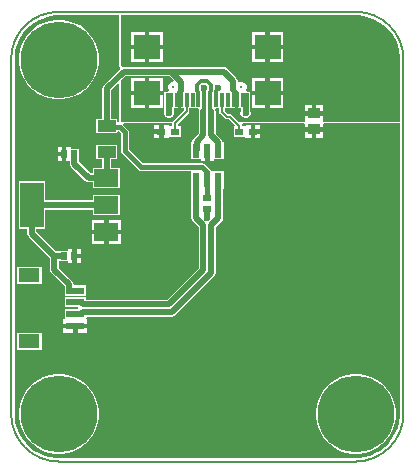
<source format=gtl>
G04*
G04 #@! TF.GenerationSoftware,Altium Limited,Altium Designer,22.5.1 (42)*
G04*
G04 Layer_Physical_Order=1*
G04 Layer_Color=255*
%FSLAX24Y24*%
%MOIN*%
G70*
G04*
G04 #@! TF.SameCoordinates,90FD04DD-598D-4D9C-97AF-6977CF96076A*
G04*
G04*
G04 #@! TF.FilePolarity,Positive*
G04*
G01*
G75*
%ADD12C,0.0079*%
%ADD15C,0.0150*%
%ADD16C,0.0079*%
%ADD22R,0.0591X0.0394*%
%ADD32R,0.0394X0.0354*%
%ADD33R,0.0236X0.0472*%
%ADD34R,0.0252X0.0236*%
%ADD35R,0.0709X0.0472*%
%ADD36R,0.0610X0.0236*%
%ADD37R,0.0236X0.0252*%
%ADD38R,0.0787X0.0591*%
%ADD39R,0.0787X0.1496*%
%ADD40R,0.0295X0.0236*%
%ADD41R,0.0858X0.0787*%
%ADD42R,0.0118X0.0453*%
%ADD43C,0.0200*%
%ADD44C,0.0080*%
%ADD45C,0.0118*%
%ADD46C,0.0198*%
%ADD47C,0.2559*%
%ADD48C,0.0128*%
%ADD49C,0.0236*%
%ADD50C,0.2559*%
G36*
X11789Y14857D02*
X11976Y14808D01*
X12154Y14735D01*
X12322Y14639D01*
X12475Y14521D01*
X12612Y14385D01*
X12729Y14232D01*
X12825Y14064D01*
X12898Y13886D01*
X12947Y13699D01*
X12971Y13507D01*
X12970Y13411D01*
X12970Y13410D01*
X12970Y13410D01*
Y11335D01*
X10445D01*
X10397Y11339D01*
X10397Y11385D01*
Y11541D01*
X9803D01*
X9803Y11339D01*
X9755Y11335D01*
X7620D01*
X7380Y11575D01*
X7350Y11595D01*
X7315Y11602D01*
X7238D01*
X7134Y11706D01*
Y11786D01*
X7485D01*
X7500Y11783D01*
X7515Y11786D01*
X7672D01*
Y11705D01*
X7657Y11668D01*
Y11602D01*
X7683Y11540D01*
X7730Y11492D01*
X7792Y11467D01*
X7858D01*
X7920Y11492D01*
X7968Y11540D01*
X7993Y11602D01*
Y11668D01*
X7978Y11705D01*
Y11786D01*
X7978D01*
Y12338D01*
X7858D01*
X7840Y12388D01*
X7866Y12450D01*
Y12521D01*
X7839Y12586D01*
X7789Y12636D01*
X7723Y12663D01*
X7652D01*
X7613Y12647D01*
X7563Y12677D01*
Y12700D01*
X7551Y12759D01*
X7518Y12808D01*
X7208Y13118D01*
X7159Y13151D01*
X7100Y13163D01*
X3760D01*
X3725Y13156D01*
X3675Y13189D01*
Y14880D01*
X11500Y14880D01*
X11500Y14880D01*
X11501Y14880D01*
X11597Y14881D01*
X11789Y14857D01*
D02*
G37*
G36*
X5431Y12713D02*
X5410Y12663D01*
X5377D01*
X5311Y12636D01*
X5261Y12586D01*
X5234Y12521D01*
Y12450D01*
X5259Y12391D01*
X5254Y12367D01*
X5237Y12338D01*
X5122D01*
Y12191D01*
X5122Y12191D01*
Y11705D01*
X5107Y11668D01*
Y11602D01*
X5133Y11540D01*
X5180Y11492D01*
X5242Y11467D01*
X5308D01*
X5370Y11492D01*
X5418Y11540D01*
X5443Y11602D01*
Y11668D01*
X5428Y11705D01*
Y11786D01*
X5585D01*
X5600Y11783D01*
X5615Y11786D01*
X5769D01*
Y11722D01*
X5412Y11364D01*
X5392Y11335D01*
X3675D01*
Y12709D01*
X3823Y12857D01*
X5287D01*
X5431Y12713D01*
D02*
G37*
G36*
X3621Y12589D02*
Y11347D01*
X3580Y11313D01*
X3545Y11325D01*
Y11440D01*
X3353D01*
Y12387D01*
X3575Y12608D01*
X3621Y12589D01*
D02*
G37*
G36*
X1599Y14880D02*
X1600Y14880D01*
X1600Y14880D01*
X3571D01*
X3621Y14880D01*
Y13189D01*
X3623Y13184D01*
X3622Y13178D01*
X3631Y13165D01*
X3637Y13151D01*
X3636Y13118D01*
X3629Y13095D01*
X3092Y12558D01*
X3059Y12509D01*
X3047Y12450D01*
Y11440D01*
X2855D01*
Y10946D01*
X3545D01*
Y11004D01*
X3595Y11024D01*
X3673Y10947D01*
Y10375D01*
X3682Y10326D01*
X3710Y10285D01*
X4260Y9735D01*
X4301Y9707D01*
X4350Y9698D01*
X5966D01*
X6008Y9679D01*
Y9107D01*
X6023D01*
Y8130D01*
X6035Y8071D01*
X6068Y8022D01*
X6267Y7822D01*
Y6468D01*
X5201Y5402D01*
X2505D01*
Y5484D01*
X1795D01*
Y5148D01*
X2238D01*
X2255Y5119D01*
X2238Y5090D01*
X1795D01*
X1795Y4754D01*
X1748Y4746D01*
X1745D01*
Y4603D01*
X2555D01*
Y4746D01*
X2552D01*
X2511Y4753D01*
X2506Y4802D01*
X2541Y4836D01*
X5372D01*
X5430Y4848D01*
X5480Y4881D01*
X6788Y6189D01*
X6821Y6239D01*
X6833Y6297D01*
Y7822D01*
X7032Y8022D01*
X7065Y8071D01*
X7077Y8130D01*
Y9107D01*
X7092D01*
Y9679D01*
X6756D01*
Y9679D01*
X6718D01*
X6672Y9689D01*
X6668Y9711D01*
X6640Y9752D01*
X6477Y9915D01*
X6436Y9943D01*
X6387Y9952D01*
X4403D01*
X3927Y10428D01*
Y11000D01*
X3918Y11049D01*
X3890Y11090D01*
X3749Y11231D01*
X3770Y11281D01*
X5385D01*
Y11213D01*
X5349Y11178D01*
X5279Y11178D01*
X5271Y11225D01*
Y11228D01*
X5099D01*
Y11010D01*
Y10792D01*
X5271D01*
Y10795D01*
X5279Y10842D01*
X5321Y10842D01*
X5674D01*
Y11178D01*
X5568D01*
Y11261D01*
X5926Y11619D01*
X5946Y11649D01*
X5953Y11684D01*
Y11786D01*
X6257D01*
X6279Y11736D01*
X6269Y11685D01*
Y10941D01*
X6088Y10760D01*
X6055Y10711D01*
X6045Y10663D01*
X6008D01*
Y10091D01*
X6332D01*
Y10041D01*
X6475D01*
Y10377D01*
X6625D01*
Y10041D01*
X6768D01*
Y10091D01*
X7092D01*
Y10663D01*
X7055D01*
X7045Y10711D01*
X7013Y10760D01*
X7013Y10760D01*
X6831Y10941D01*
Y11685D01*
X6821Y11736D01*
X6843Y11786D01*
X6950D01*
Y11668D01*
X6957Y11633D01*
X6977Y11603D01*
X7135Y11445D01*
X7165Y11425D01*
X7200Y11418D01*
X7277D01*
X7471Y11224D01*
X7452Y11178D01*
X7426D01*
Y10842D01*
X7821Y10842D01*
X7829Y10795D01*
Y10792D01*
X8001D01*
Y11010D01*
X8076D01*
D01*
X8001D01*
Y11228D01*
X7829D01*
Y11225D01*
X7821Y11178D01*
X7739Y11178D01*
X7715Y11201D01*
X7710Y11231D01*
X7712Y11242D01*
X7739Y11281D01*
X9755D01*
X9757Y11282D01*
X9759Y11281D01*
X9767Y11282D01*
X9803Y11248D01*
Y11159D01*
X10397D01*
Y11248D01*
X10433Y11282D01*
X10441Y11281D01*
X10443Y11282D01*
X10445Y11281D01*
X12970D01*
Y1600D01*
X12970Y1504D01*
X12944Y1313D01*
X12894Y1127D01*
X12820Y949D01*
X12724Y783D01*
X12606Y630D01*
X12470Y494D01*
X12317Y376D01*
X12151Y280D01*
X11973Y206D01*
X11787Y156D01*
X11596Y130D01*
X11500Y130D01*
X1600Y130D01*
X1504D01*
X1313Y155D01*
X1127Y205D01*
X949Y279D01*
X782Y375D01*
X629Y493D01*
X493Y629D01*
X375Y782D01*
X279Y949D01*
X205Y1127D01*
X155Y1313D01*
X130Y1504D01*
Y1600D01*
X130Y13410D01*
X130Y13410D01*
X130Y13411D01*
X129Y13507D01*
X153Y13699D01*
X202Y13886D01*
X275Y14064D01*
X371Y14232D01*
X489Y14385D01*
X625Y14521D01*
X778Y14639D01*
X946Y14735D01*
X1125Y14808D01*
X1311Y14857D01*
X1503Y14881D01*
X1599Y14880D01*
D02*
G37*
%LPC*%
G36*
X9091Y14329D02*
X8637D01*
Y13911D01*
X9091D01*
Y14329D01*
D02*
G37*
G36*
X5067D02*
X4613D01*
Y13911D01*
X5067D01*
Y14329D01*
D02*
G37*
G36*
X8487D02*
X8033D01*
Y13911D01*
X8487D01*
Y14329D01*
D02*
G37*
G36*
X4463D02*
X4009D01*
Y13911D01*
X4463D01*
Y14329D01*
D02*
G37*
G36*
X9091Y13761D02*
X8637D01*
Y13342D01*
X9091D01*
Y13761D01*
D02*
G37*
G36*
X8487D02*
X8033D01*
Y13342D01*
X8487D01*
Y13761D01*
D02*
G37*
G36*
X5067D02*
X4613D01*
Y13342D01*
X5067D01*
Y13761D01*
D02*
G37*
G36*
X4463D02*
X4009D01*
Y13342D01*
X4463D01*
Y13761D01*
D02*
G37*
G36*
X9091Y12782D02*
X8637D01*
Y12363D01*
X9091D01*
Y12782D01*
D02*
G37*
G36*
X8487D02*
X8033D01*
Y12363D01*
X8487D01*
Y12782D01*
D02*
G37*
G36*
X9091Y12213D02*
X8637D01*
Y11795D01*
X9091D01*
Y12213D01*
D02*
G37*
G36*
X8487D02*
X8033D01*
Y11795D01*
X8487D01*
Y12213D01*
D02*
G37*
G36*
X10397Y11893D02*
X10175D01*
Y11691D01*
X10397D01*
Y11893D01*
D02*
G37*
G36*
X10025D02*
X9803D01*
Y11691D01*
X10025D01*
Y11893D01*
D02*
G37*
G36*
X5067Y12782D02*
X4613D01*
Y12363D01*
X5067D01*
Y12782D01*
D02*
G37*
G36*
X4463D02*
X4009D01*
Y12363D01*
X4463D01*
Y12782D01*
D02*
G37*
G36*
X5067Y12213D02*
X4613D01*
Y11795D01*
X5067D01*
Y12213D01*
D02*
G37*
G36*
X4463D02*
X4009D01*
Y11795D01*
X4463D01*
Y12213D01*
D02*
G37*
G36*
X1705Y14740D02*
X1495D01*
X1289Y14707D01*
X1090Y14642D01*
X903Y14547D01*
X734Y14424D01*
X586Y14276D01*
X463Y14107D01*
X368Y13920D01*
X303Y13721D01*
X271Y13515D01*
Y13305D01*
X303Y13099D01*
X368Y12900D01*
X463Y12713D01*
X586Y12544D01*
X734Y12396D01*
X903Y12273D01*
X1090Y12178D01*
X1289Y12113D01*
X1495Y12080D01*
X1705D01*
X1911Y12113D01*
X2110Y12178D01*
X2297Y12273D01*
X2466Y12396D01*
X2614Y12544D01*
X2737Y12713D01*
X2832Y12900D01*
X2897Y13099D01*
X2930Y13305D01*
Y13515D01*
X2897Y13721D01*
X2832Y13920D01*
X2737Y14107D01*
X2614Y14276D01*
X2466Y14424D01*
X2297Y14547D01*
X2110Y14642D01*
X1911Y14707D01*
X1705Y14740D01*
D02*
G37*
G36*
X8324Y11228D02*
X8151D01*
Y11085D01*
X8324D01*
Y11228D01*
D02*
G37*
G36*
X4949D02*
X4776D01*
Y11085D01*
X4949D01*
Y11228D01*
D02*
G37*
G36*
X10397Y11009D02*
X10175D01*
Y10807D01*
X10397D01*
Y11009D01*
D02*
G37*
G36*
X10025D02*
X9803D01*
Y10807D01*
X10025D01*
Y11009D01*
D02*
G37*
G36*
X8324Y10935D02*
X8151D01*
Y10792D01*
X8324D01*
Y10935D01*
D02*
G37*
G36*
X4949D02*
X4776D01*
Y10792D01*
X4949D01*
Y10935D01*
D02*
G37*
G36*
X1702Y10486D02*
X1559D01*
Y10335D01*
X1702D01*
Y10486D01*
D02*
G37*
G36*
Y10185D02*
X1559D01*
Y10034D01*
X1702D01*
Y10185D01*
D02*
G37*
G36*
X3545Y10574D02*
X2855D01*
Y10080D01*
X3047D01*
Y9811D01*
X2747D01*
Y9618D01*
X2658D01*
X2276Y10000D01*
Y10084D01*
X2291D01*
Y10436D01*
X1995D01*
Y10486D01*
X1852D01*
Y10260D01*
Y10034D01*
X1970D01*
Y9937D01*
X1982Y9878D01*
X2015Y9829D01*
X2486Y9357D01*
X2536Y9324D01*
X2595Y9313D01*
X2747D01*
Y9120D01*
X3634D01*
Y9811D01*
X3353D01*
Y10080D01*
X3545D01*
Y10574D01*
D02*
G37*
G36*
X1154Y9358D02*
X266D01*
Y7762D01*
X547D01*
Y7610D01*
X559Y7551D01*
X592Y7502D01*
X1297Y6797D01*
Y6409D01*
X1309Y6351D01*
X1342Y6301D01*
X1792Y5851D01*
Y5728D01*
X1795Y5713D01*
Y5541D01*
X2505D01*
Y5878D01*
X2098D01*
Y5915D01*
X2086Y5973D01*
X2053Y6023D01*
X1603Y6473D01*
Y6636D01*
X1609Y6684D01*
X1905D01*
Y6634D01*
X2048D01*
Y6860D01*
Y7086D01*
X1905D01*
Y7036D01*
X1609D01*
Y7013D01*
X1513D01*
X853Y7673D01*
Y7762D01*
X1154D01*
Y8407D01*
X2747D01*
Y8215D01*
X3634D01*
Y8905D01*
X2747D01*
Y8713D01*
X1154D01*
Y9358D01*
D02*
G37*
G36*
X3684Y8050D02*
X3265D01*
Y7729D01*
X3684D01*
Y8050D01*
D02*
G37*
G36*
X3115D02*
X2697D01*
Y7729D01*
X3115D01*
Y8050D01*
D02*
G37*
G36*
X3684Y7579D02*
X3265D01*
Y7259D01*
X3684D01*
Y7579D01*
D02*
G37*
G36*
X3115D02*
X2697D01*
Y7259D01*
X3115D01*
Y7579D01*
D02*
G37*
G36*
X2341Y7086D02*
X2198D01*
Y6935D01*
X2341D01*
Y7086D01*
D02*
G37*
G36*
Y6785D02*
X2198D01*
Y6634D01*
X2341D01*
Y6785D01*
D02*
G37*
G36*
X1029Y6507D02*
X220D01*
Y5935D01*
X1029D01*
Y6507D01*
D02*
G37*
G36*
X2555Y4453D02*
X2225D01*
Y4310D01*
X2555D01*
Y4453D01*
D02*
G37*
G36*
X2075D02*
X1745D01*
Y4310D01*
X2075D01*
Y4453D01*
D02*
G37*
G36*
X1029Y4303D02*
X220D01*
Y3730D01*
X1029D01*
Y4303D01*
D02*
G37*
G36*
X11605Y2930D02*
X11395D01*
X11189Y2897D01*
X10990Y2832D01*
X10803Y2737D01*
X10634Y2614D01*
X10486Y2466D01*
X10363Y2297D01*
X10268Y2110D01*
X10203Y1911D01*
X10171Y1705D01*
Y1495D01*
X10203Y1289D01*
X10268Y1090D01*
X10363Y903D01*
X10486Y734D01*
X10634Y586D01*
X10803Y463D01*
X10990Y368D01*
X11189Y303D01*
X11395Y270D01*
X11605D01*
X11811Y303D01*
X12010Y368D01*
X12197Y463D01*
X12366Y586D01*
X12514Y734D01*
X12637Y903D01*
X12732Y1090D01*
X12797Y1289D01*
X12830Y1495D01*
Y1705D01*
X12797Y1911D01*
X12732Y2110D01*
X12637Y2297D01*
X12514Y2466D01*
X12366Y2614D01*
X12197Y2737D01*
X12010Y2832D01*
X11811Y2897D01*
X11605Y2930D01*
D02*
G37*
G36*
X1705D02*
X1495D01*
X1289Y2897D01*
X1090Y2832D01*
X903Y2737D01*
X734Y2614D01*
X586Y2466D01*
X463Y2297D01*
X368Y2110D01*
X303Y1911D01*
X271Y1705D01*
Y1495D01*
X303Y1289D01*
X368Y1090D01*
X463Y903D01*
X586Y734D01*
X734Y586D01*
X903Y463D01*
X1090Y368D01*
X1289Y303D01*
X1495Y270D01*
X1705D01*
X1911Y303D01*
X2110Y368D01*
X2297Y463D01*
X2466Y586D01*
X2614Y734D01*
X2737Y903D01*
X2832Y1090D01*
X2897Y1289D01*
X2930Y1495D01*
Y1705D01*
X2897Y1911D01*
X2832Y2110D01*
X2737Y2297D01*
X2614Y2466D01*
X2466Y2614D01*
X2297Y2737D01*
X2110Y2832D01*
X1911Y2897D01*
X1705Y2930D01*
D02*
G37*
%LPD*%
D12*
X13089Y13423D02*
G03*
X11500Y14999I-1576J0D01*
G01*
X13089Y13410D02*
G03*
X13089Y13423I-1576J14D01*
G01*
X11500Y11D02*
G03*
X13089Y1600I-4J1593D01*
G01*
X1600Y14999D02*
G03*
X11Y13410I-14J-1576D01*
G01*
X11Y1600D02*
G03*
X1600Y11I1589J0D01*
G01*
X13089Y13410D02*
Y13410D01*
X13089Y1600D02*
X13089Y13410D01*
X11500Y14999D02*
X11500D01*
X1600D02*
X11500D01*
X1600D02*
X1600D01*
X11Y13410D02*
Y13410D01*
Y13410D02*
X11Y1600D01*
Y1600D02*
Y1600D01*
X1600Y11D02*
X11500D01*
X1600D02*
X1600D01*
D15*
X3632Y11168D02*
X3800Y11000D01*
Y10375D02*
Y11000D01*
X3226Y11168D02*
X3632D01*
X3200Y11193D02*
X3226Y11168D01*
X3800Y10375D02*
X4350Y9825D01*
X6387D02*
X6550Y9662D01*
Y9393D02*
Y9662D01*
X4350Y9825D02*
X6387D01*
X6550Y9393D02*
X6550Y9393D01*
Y8783D02*
Y9393D01*
X7500Y11910D02*
Y12299D01*
X5600Y11910D02*
Y12315D01*
X7410Y12389D02*
X7500Y12299D01*
X5600Y12315D02*
X5684Y12399D01*
D16*
X11500Y14999D02*
D03*
X13089Y13410D02*
D03*
X13089Y1600D02*
D03*
X13089D02*
D03*
X11500Y11D02*
D03*
X11Y13410D02*
D03*
X1600Y14999D02*
D03*
D22*
X3200Y11193D02*
D03*
Y10327D02*
D03*
D32*
X10100Y11084D02*
D03*
Y11616D02*
D03*
D33*
X6924Y9393D02*
D03*
X6550D02*
D03*
X6176D02*
D03*
Y10377D02*
D03*
X6550D02*
D03*
X6924D02*
D03*
D34*
X6550Y8437D02*
D03*
Y8783D02*
D03*
D35*
X624Y4017D02*
D03*
Y6221D02*
D03*
D36*
X2150Y4528D02*
D03*
Y4922D02*
D03*
Y5316D02*
D03*
Y5709D02*
D03*
D37*
X1777Y10260D02*
D03*
X2123D02*
D03*
X2123Y6860D02*
D03*
X1777D02*
D03*
D38*
X3190Y7654D02*
D03*
Y8560D02*
D03*
Y9466D02*
D03*
D39*
X710Y8560D02*
D03*
D40*
X7624Y11010D02*
D03*
X8076D02*
D03*
X5024D02*
D03*
X5476D02*
D03*
D41*
X4538Y12288D02*
D03*
X8562D02*
D03*
X4538Y13836D02*
D03*
X8562D02*
D03*
D42*
X7751Y12062D02*
D03*
X7436D02*
D03*
X7239D02*
D03*
X6845D02*
D03*
X6255D02*
D03*
X5861D02*
D03*
X5664D02*
D03*
X5349D02*
D03*
X5231D02*
D03*
X5546D02*
D03*
X6058D02*
D03*
X6452D02*
D03*
X6648D02*
D03*
X7042D02*
D03*
X7554D02*
D03*
X7869D02*
D03*
D43*
X7825Y11635D02*
Y12175D01*
X5275Y11635D02*
Y12191D01*
X7825Y11635D02*
X7825Y11635D01*
X5275Y11635D02*
X5275Y11635D01*
X3200Y11193D02*
Y12450D01*
X3760Y13010D01*
X5350D01*
X3875Y12300D02*
X3885D01*
X3900Y12285D01*
X4535D02*
X4538Y12288D01*
X1450Y6409D02*
Y6860D01*
X1963Y5709D02*
X2150D01*
X1945Y5728D02*
X1963Y5709D01*
X1945Y5728D02*
Y5915D01*
X1450Y6409D02*
X1945Y5915D01*
X6176Y8130D02*
X6420Y7886D01*
Y6405D02*
Y7886D01*
X6176Y8130D02*
Y9393D01*
X6924Y8130D02*
Y9393D01*
X5372Y4989D02*
X6680Y6297D01*
X6550Y8135D02*
Y8437D01*
X6680Y6297D02*
Y7886D01*
X6924Y8130D01*
X5264Y5249D02*
X6420Y6405D01*
X2337Y4922D02*
X2404Y4989D01*
X2150Y4922D02*
X2337D01*
Y5316D02*
X2404Y5249D01*
X2150Y5316D02*
X2337D01*
X2404Y4989D02*
X5372D01*
X2404Y5249D02*
X5264D01*
X5350Y13010D02*
X7100D01*
X7410Y12700D01*
X700Y7610D02*
Y8550D01*
Y7610D02*
X1450Y6860D01*
X1777D01*
X700Y8550D02*
X710Y8560D01*
X2123Y9937D02*
Y10260D01*
X2595Y9466D02*
X3190D01*
X2123Y9937D02*
X2595Y9466D01*
X7410Y12389D02*
Y12700D01*
X5684Y12399D02*
X5690Y12405D01*
Y12670D01*
X5350Y13010D02*
X5690Y12670D01*
X3190Y9466D02*
X3200Y9475D01*
Y10327D01*
X710Y8560D02*
X3190D01*
D44*
X7200Y11510D02*
X7315D01*
X7624Y11201D01*
Y11010D02*
Y11201D01*
X5476Y11010D02*
Y11299D01*
X5861Y11684D01*
Y12062D01*
X7042Y11668D02*
Y12062D01*
Y11668D02*
X7200Y11510D01*
D45*
X6452Y12062D02*
Y12458D01*
X6450Y12460D02*
X6452Y12458D01*
X6845Y12369D02*
X6904Y12428D01*
Y12460D01*
X6845Y12062D02*
Y12369D01*
X6648Y12333D02*
X6677Y12362D01*
X6544Y12687D02*
X6677Y12554D01*
X6648Y11716D02*
Y12062D01*
Y12333D01*
X6677Y12362D02*
Y12554D01*
X6356Y12687D02*
X6544D01*
X6223Y12366D02*
X6255Y12334D01*
X6223Y12366D02*
Y12554D01*
X6356Y12687D01*
X6255Y12062D02*
Y12334D01*
X6452Y11716D02*
Y12062D01*
X6421Y11685D02*
X6452Y11716D01*
X6648D02*
X6679Y11685D01*
D46*
Y10878D02*
X6905Y10652D01*
Y10396D02*
Y10652D01*
X6679Y10878D02*
Y11685D01*
X6905Y10396D02*
X6924Y10377D01*
X6176D02*
X6195Y10396D01*
X6421Y10878D02*
Y11685D01*
X6195Y10652D02*
X6421Y10878D01*
X6195Y10396D02*
Y10652D01*
D47*
X11500Y13410D02*
D03*
D48*
X5412Y12485D02*
D03*
X7688D02*
D03*
D49*
X3875Y13825D02*
D03*
Y12300D02*
D03*
X2675Y4525D02*
D03*
X8450Y11010D02*
D03*
X4650D02*
D03*
X7825Y11635D02*
D03*
X5275D02*
D03*
X6550Y8135D02*
D03*
X6904Y12460D02*
D03*
X6450D02*
D03*
X3792Y7654D02*
D03*
X2475Y6860D02*
D03*
X1450Y10260D02*
D03*
D50*
X1600Y1600D02*
D03*
X11500D02*
D03*
X1600Y13410D02*
D03*
M02*

</source>
